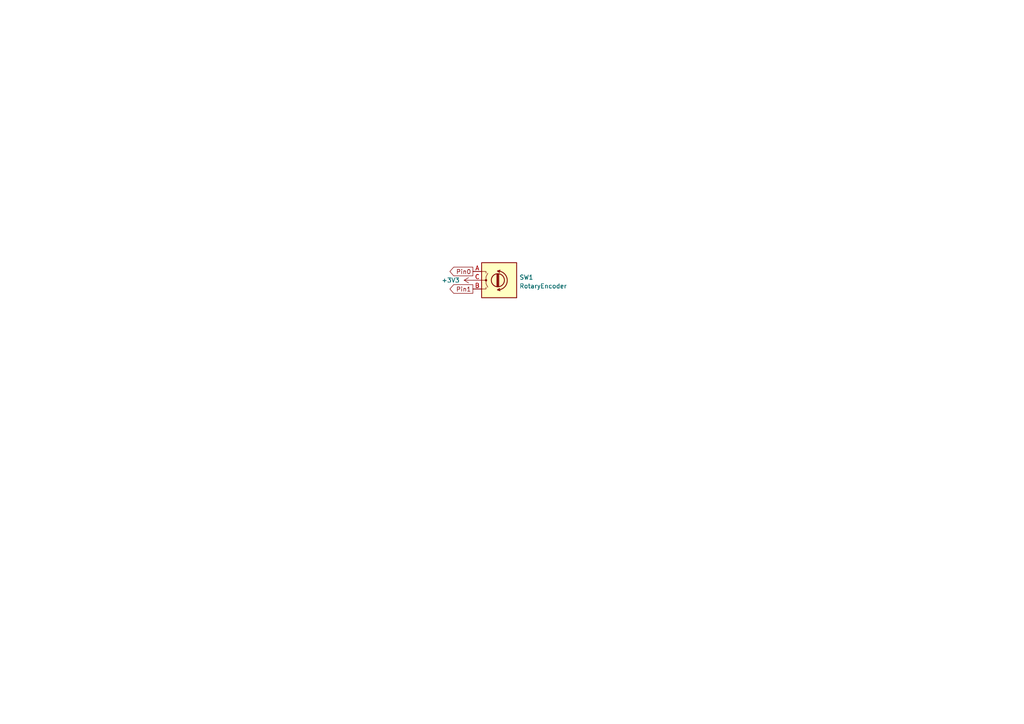
<source format=kicad_sch>
(kicad_sch (version 20211123) (generator eeschema)
  (paper "A4")
  (lib_symbols
    (symbol "Device:RotaryEncoder" (pin_names (offset 0.254) hide)
      (property "Reference" "SW" (at 0 6.604 0))
      (property "Value" "RotaryEncoder" (at 0 -6.604 0))
      (symbol "RotaryEncoder_0_1"
        (rectangle (start -5.08 5.08) (end 5.08 -5.08) (stroke (width 0.254)) (fill (type background)))
        (circle (center -3.81 0) (radius 0.254) (fill (type outline)))
        (arc (start -0.381 -2.794) (mid 2.3622 -0.0508) (end -0.381 2.667) (stroke (width 0.254)))
        (circle (center -0.381 0) (radius 1.905) (stroke (width 0.254)))
        (polyline (pts (xy -0.635 -1.778) (xy -0.635 1.778)) (stroke (width 0.254)))
        (polyline (pts (xy -0.381 -1.778) (xy -0.381 1.778)) (stroke (width 0.254)))
        (polyline (pts (xy -0.127 1.778) (xy -0.127 -1.778)) (stroke (width 0.254)))
        (polyline (pts (xy -5.08 -2.54) (xy -3.81 -2.54) (xy -3.81 -2.032)))
        (polyline (pts (xy -5.08 2.54) (xy -3.81 2.54) (xy -3.81 2.032)))
        (polyline (pts (xy 0.254 -3.048) (xy -0.508 -2.794) (xy 0.127 -2.413)) (stroke (width 0.254)))
        (polyline (pts (xy 0.254 2.921) (xy -0.508 2.667) (xy 0.127 2.286)) (stroke (width 0.254)))
        (polyline (pts (xy -5.08 0) (xy -3.81 0) (xy -3.81 -1.016) (xy -3.302 -2.032)))
        (polyline (pts (xy -4.318 0) (xy -3.81 0) (xy -3.81 1.016) (xy -3.302 2.032)))
      )
      (symbol "RotaryEncoder_1_1"
        (pin passive line (at -7.62 2.54 0) (length 2.54) (name "A") (number "A"))
        (pin passive line (at -7.62 -2.54 0) (length 2.54) (name "B") (number "B"))
        (pin passive line (at -7.62 0 0) (length 2.54) (name "C") (number "C"))
      )
    )
    (symbol "power:+3V3" (power) (pin_names (offset 0))
      (property "Value" "+3V3" (at 0 3.556 0))
      (symbol "+3V3_0_1"
        (polyline (pts (xy -0.762 1.27) (xy 0 2.54)))
        (polyline (pts (xy 0 0) (xy 0 2.54)))
        (polyline (pts (xy 0 2.54) (xy 0.762 1.27)))
      )
      (symbol "+3V3_1_1"
        (pin power_in line (at 0 0 90) (length 0) hide (name "+3V3") (number "1"))
      )
    )
  )
  (global_label "Pin1" (shape output) (at 137.16 83.82 180) (property "Intersheet References" "${INTERSHEET_REFS}" (effects hide)))
  (global_label "Pin0" (shape output) (at 137.16 78.74 180) (property "Intersheet References" "${INTERSHEET_REFS}" (effects hide)))
  (symbol (lib_id "power:+3V3") (at 137.16 81.28 90) (unit 1)
    (property "Reference" "#PWR0102" (effects hide))
    (property "Value" "+3V3" (at 133.35 81.28 90) (effects (justify left)))
  )
  (symbol (lib_id "Device:RotaryEncoder") (at 144.78 81.28 0) (unit 1)
    (property "Reference" "SW1" (at 150.622 80.4453 0) (effects (justify left)))
    (property "Value" "RotaryEncoder" (at 150.622 82.9822 0) (effects (justify left)))
    (property "Footprint" "local:PEC11R-4220F-S0024" (effects hide))
    (property "Datasheet" "https://www.bourns.com/docs/Product-Datasheets/PEC11R.pdf" (effects hide))
    (property "Device" "Encoder" (effects hide))
    (property "Description" "ROTARY ENCODER MECHANICAL 24PPR" (effects hide))
    (property "Place" "No" (effects hide))
    (property "Dist" "DigiKey" (effects hide))
    (property "DistPartNumber" "PEC11R-4220F-N0024-ND" (effects hide))
    (property "DistLink" "https://www.digikey.de/en/products/detail/bourns-inc/PEC11R-4220F-N0024/4699220" (effects hide))
  )
)
</source>
